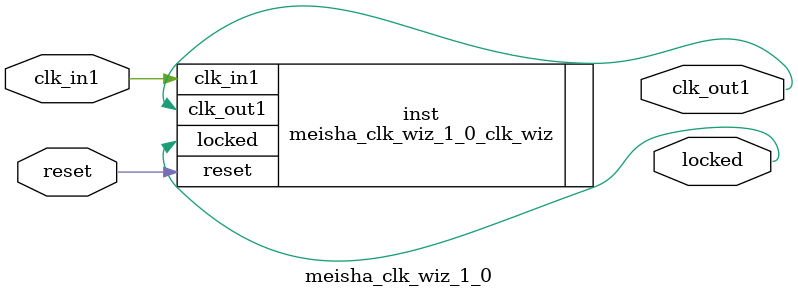
<source format=v>


`timescale 1ps/1ps

(* CORE_GENERATION_INFO = "meisha_clk_wiz_1_0,clk_wiz_v5_3_3_0,{component_name=meisha_clk_wiz_1_0,use_phase_alignment=true,use_min_o_jitter=false,use_max_i_jitter=false,use_dyn_phase_shift=false,use_inclk_switchover=false,use_dyn_reconfig=false,enable_axi=0,feedback_source=FDBK_AUTO,PRIMITIVE=PLL,num_out_clk=1,clkin1_period=5.0,clkin2_period=10.0,use_power_down=false,use_reset=true,use_locked=true,use_inclk_stopped=false,feedback_type=SINGLE,CLOCK_MGR_TYPE=NA,manual_override=false}" *)

module meisha_clk_wiz_1_0 
 (
  // Clock out ports
  output        clk_out1,
  // Status and control signals
  input         reset,
  output        locked,
 // Clock in ports
  input         clk_in1
 );

  meisha_clk_wiz_1_0_clk_wiz inst
  (
  // Clock out ports  
  .clk_out1(clk_out1),
  // Status and control signals               
  .reset(reset), 
  .locked(locked),
 // Clock in ports
  .clk_in1(clk_in1)
  );

endmodule

</source>
